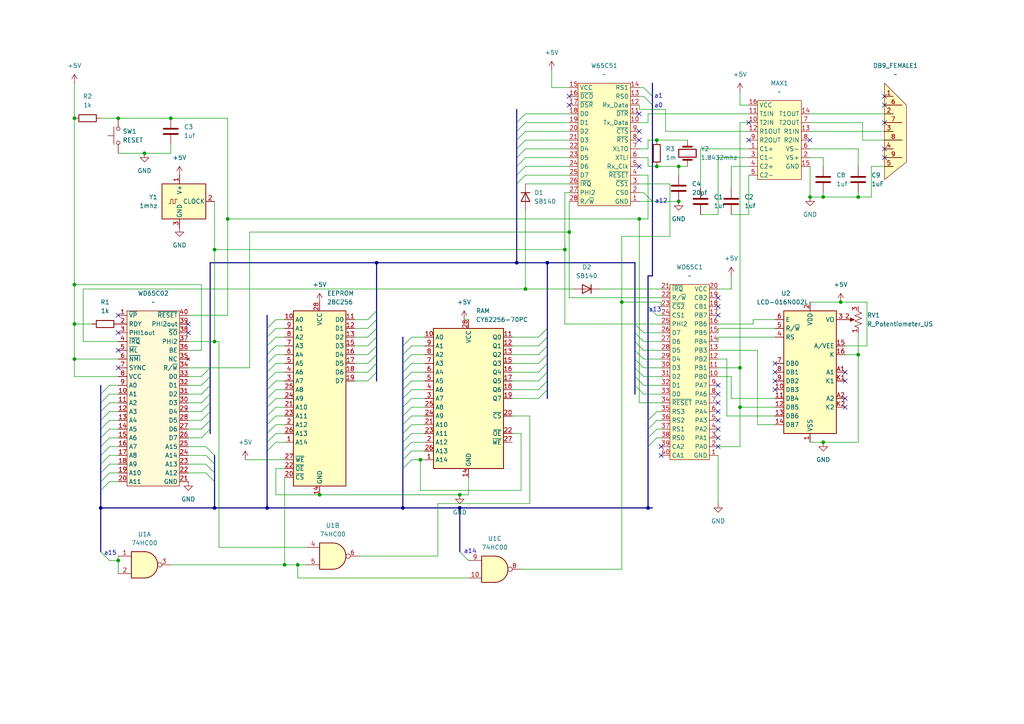
<source format=kicad_sch>
(kicad_sch (version 20250114) (generator "eeschema") (generator_version "9.0")
  (paper "A4")
  (lib_symbols
    (symbol "74xx:74HC00" (pin_names (offset 1.016))
      (property "Reference" "U" (at 0 1.27 0))
      (property "Value" "74HC00" (at 0 -1.27 0))
      (symbol "74HC00_1_1"
        (pin input line (at -7.62 2.54 0) (length 3.81) (name "~") (number "1"))
        (pin input line (at -7.62 -2.54 0) (length 3.81) (name "~") (number "2"))
        (pin output inverted (at 7.62 0 180) (length 3.81) (name "~") (number "3"))
      )
      (symbol "74HC00_1_2"
        (pin input inverted (at -7.62 2.54 0) (length 4.318) (name "~") (number "1"))
        (pin input inverted (at -7.62 -2.54 0) (length 4.318) (name "~") (number "2"))
        (pin output line (at 7.62 0 180) (length 3.81) (name "~") (number "3"))
      )
      (symbol "74HC00_2_1"
        (pin input line (at -7.62 2.54 0) (length 3.81) (name "~") (number "4"))
        (pin input line (at -7.62 -2.54 0) (length 3.81) (name "~") (number "5"))
        (pin output inverted (at 7.62 0 180) (length 3.81) (name "~") (number "6"))
      )
      (symbol "74HC00_2_2"
        (pin input inverted (at -7.62 2.54 0) (length 4.318) (name "~") (number "4"))
        (pin input inverted (at -7.62 -2.54 0) (length 4.318) (name "~") (number "5"))
        (pin output line (at 7.62 0 180) (length 3.81) (name "~") (number "6"))
      )
      (symbol "74HC00_3_1"
        (pin input line (at -7.62 2.54 0) (length 3.81) (name "~") (number "9"))
        (pin input line (at -7.62 -2.54 0) (length 3.81) (name "~") (number "10"))
        (pin output inverted (at 7.62 0 180) (length 3.81) (name "~") (number "8"))
      )
      (symbol "74HC00_3_2"
        (pin input inverted (at -7.62 2.54 0) (length 4.318) (name "~") (number "9"))
        (pin input inverted (at -7.62 -2.54 0) (length 4.318) (name "~") (number "10"))
        (pin output line (at 7.62 0 180) (length 3.81) (name "~") (number "8"))
      )
      (symbol "74HC00_4_1"
        (pin input line (at -7.62 2.54 0) (length 3.81) (name "~") (number "12"))
        (pin input line (at -7.62 -2.54 0) (length 3.81) (name "~") (number "13"))
        (pin output inverted (at 7.62 0 180) (length 3.81) (name "~") (number "11"))
      )
      (symbol "74HC00_4_2"
        (pin input inverted (at -7.62 2.54 0) (length 4.318) (name "~") (number "12"))
        (pin input inverted (at -7.62 -2.54 0) (length 4.318) (name "~") (number "13"))
        (pin output line (at 7.62 0 180) (length 3.81) (name "~") (number "11"))
      )
      (symbol "74HC00_5_0"
        (pin power_in line (at 0 12.7 270) (length 5.08) (name "VCC") (number "14"))
        (pin power_in line (at 0 -12.7 90) (length 5.08) (name "GND") (number "7"))
      )
    )
    (symbol "CPU:65C02"
      (property "Reference" "WD65C02" (at -0.508 0.762 0))
      (symbol "65C02_1_1"
        (pin bidirectional line (at -10.16 -2.54 0) (length 2.54) (name "~{VP}") (number "1"))
        (pin bidirectional line (at -10.16 -5.08 0) (length 2.54) (name "RDY") (number "2"))
        (pin bidirectional line (at -10.16 -7.62 0) (length 2.54) (name "PHI1out") (number "3"))
        (pin bidirectional line (at -10.16 -10.16 0) (length 2.54) (name "~{IRQ}") (number "4"))
        (pin bidirectional line (at -10.16 -12.7 0) (length 2.54) (name "~{ML}") (number "5"))
        (pin bidirectional line (at -10.16 -15.24 0) (length 2.54) (name "~{NMI}") (number "6"))
        (pin bidirectional line (at -10.16 -17.78 0) (length 2.54) (name "SYNC") (number "7"))
        (pin bidirectional line (at -10.16 -20.32 0) (length 2.54) (name "VCC") (number "8"))
        (pin bidirectional line (at -10.16 -22.86 0) (length 2.54) (name "A0") (number "9"))
        (pin bidirectional line (at -10.16 -25.4 0) (length 2.54) (name "A1") (number "10"))
        (pin bidirectional line (at -10.16 -27.94 0) (length 2.54) (name "A2") (number "11"))
        (pin bidirectional line (at -10.16 -30.48 0) (length 2.54) (name "A3") (number "12"))
        (pin bidirectional line (at -10.16 -33.02 0) (length 2.54) (name "A4") (number "13"))
        (pin bidirectional line (at -10.16 -35.56 0) (length 2.54) (name "A5") (number "14"))
        (pin bidirectional line (at -10.16 -38.1 0) (length 2.54) (name "A6") (number "15"))
        (pin bidirectional line (at -10.16 -40.64 0) (length 2.54) (name "A7") (number "16"))
        (pin bidirectional line (at -10.16 -43.18 0) (length 2.54) (name "A8") (number "17"))
        (pin bidirectional line (at -10.16 -45.72 0) (length 2.54) (name "A9") (number "18"))
        (pin bidirectional line (at -10.16 -48.26 0) (length 2.54) (name "A10") (number "19"))
        (pin bidirectional line (at -10.16 -50.8 0) (length 2.54) (name "A11") (number "20"))
        (pin bidirectional line (at 10.16 -2.54 180) (length 2.54) (name "~{RESET}") (number "40"))
        (pin bidirectional line (at 10.16 -5.08 180) (length 2.54) (name "PHI2out") (number "39"))
        (pin bidirectional line (at 10.16 -7.62 180) (length 2.54) (name "~{SO}") (number "38"))
        (pin bidirectional line (at 10.16 -10.16 180) (length 2.54) (name "PHI2") (number "37"))
        (pin bidirectional line (at 10.16 -12.7 180) (length 2.54) (name "BE") (number "36"))
        (pin no_connect line (at 10.16 -15.24 180) (length 2.54) (name "NC") (number "35"))
        (pin bidirectional line (at 10.16 -17.78 180) (length 2.54) (name "R/~{W}") (number "34"))
        (pin bidirectional line (at 10.16 -20.32 180) (length 2.54) (name "D0") (number "33"))
        (pin bidirectional line (at 10.16 -22.86 180) (length 2.54) (name "D1") (number "32"))
        (pin bidirectional line (at 10.16 -25.4 180) (length 2.54) (name "D2") (number "31"))
        (pin bidirectional line (at 10.16 -27.94 180) (length 2.54) (name "D3") (number "30"))
        (pin bidirectional line (at 10.16 -30.48 180) (length 2.54) (name "D4") (number "29"))
        (pin bidirectional line (at 10.16 -33.02 180) (length 2.54) (name "D5") (number "28"))
        (pin bidirectional line (at 10.16 -35.56 180) (length 2.54) (name "D6") (number "27"))
        (pin bidirectional line (at 10.16 -38.1 180) (length 2.54) (name "D7") (number "26"))
        (pin bidirectional line (at 10.16 -40.64 180) (length 2.54) (name "A15") (number "25"))
        (pin bidirectional line (at 10.16 -43.18 180) (length 2.54) (name "A14") (number "24"))
        (pin bidirectional line (at 10.16 -45.72 180) (length 2.54) (name "A13") (number "23"))
        (pin bidirectional line (at 10.16 -48.26 180) (length 2.54) (name "A12") (number "22"))
        (pin bidirectional line (at 10.16 -50.8 180) (length 2.54) (name "GND") (number "21"))
      )
    )
    (symbol "Connector:DB9_FEMALE"
      (property "Reference" "DB9_FEMALE" (at 12.7 -13.208 0))
      (symbol "DB9_FEMALE_1_1"
        (pin bidirectional line (at 1.27 -2.54 180) (length 2.54) (name "") (number "1"))
        (pin bidirectional line (at 1.27 -7.62 180) (length 2.54) (name "") (number "2"))
        (pin bidirectional line (at 1.27 -12.7 180) (length 2.54) (name "") (number "3"))
        (pin bidirectional line (at 1.27 -17.78 180) (length 2.54) (name "") (number "4"))
        (pin bidirectional line (at 1.27 -22.86 180) (length 2.54) (name "") (number "5"))
        (pin bidirectional line (at 3.81 -5.08 180) (length 5.08) (name "") (number "6"))
        (pin bidirectional line (at 3.81 -10.16 180) (length 5.08) (name "") (number "7"))
        (pin bidirectional line (at 3.81 -15.24 180) (length 5.08) (name "") (number "8"))
        (pin bidirectional line (at 3.81 -20.32 180) (length 5.08) (name "") (number "9"))
      )
    )
    (symbol "Device:C" (pin_numbers (hide yes)) (pin_names (offset 0.254))
      (property "Reference" "C" (at 0.635 2.54 0))
      (property "Value" "C" (at 0.635 -2.54 0))
      (symbol "C_1_1"
        (pin passive line (at 0 3.81 270) (length 2.794) (name "~") (number "1"))
        (pin passive line (at 0 -3.81 90) (length 2.794) (name "~") (number "2"))
      )
    )
    (symbol "Device:Crystal" (pin_numbers (hide yes)) (pin_names (offset 1.016) (hide yes))
      (property "Reference" "Y" (at 0 3.81 0))
      (property "Value" "Crystal" (at 0 -3.81 0))
      (symbol "Crystal_1_1"
        (pin passive line (at -3.81 0 0) (length 1.27) (name "1") (number "1"))
        (pin passive line (at 3.81 0 180) (length 1.27) (name "2") (number "2"))
      )
    )
    (symbol "Device:D" (pin_numbers (hide yes)) (pin_names (offset 1.016) (hide yes))
      (property "Reference" "D" (at 0 2.54 0))
      (property "Value" "D" (at 0 -2.54 0))
      (symbol "D_1_1"
        (pin passive line (at -3.81 0 0) (length 2.54) (name "K") (number "1"))
        (pin passive line (at 3.81 0 180) (length 2.54) (name "A") (number "2"))
      )
    )
    (symbol "Device:R" (pin_numbers (hide yes)) (pin_names (offset 0))
      (property "Reference" "R" (at 2.032 0 90))
      (property "Value" "R" (at 0 0 90))
      (symbol "R_1_1"
        (pin passive line (at 0 3.81 270) (length 1.27) (name "~") (number "1"))
        (pin passive line (at 0 -3.81 90) (length 1.27) (name "~") (number "2"))
      )
    )
    (symbol "Device:R_Potentiometer_US" (pin_names (offset 1.016) (hide yes))
      (property "Reference" "RV" (at -4.445 0 90))
      (property "Value" "R_Potentiometer_US" (at -2.54 0 90))
      (symbol "R_Potentiometer_US_1_1"
        (pin passive line (at 0 3.81 270) (length 1.27) (name "1") (number "1"))
        (pin passive line (at 0 -3.81 90) (length 1.27) (name "3") (number "3"))
        (pin passive line (at 3.81 0 180) (length 1.27) (name "2") (number "2"))
      )
    )
    (symbol "Display_Character:LCD-016N002L"
      (property "Reference" "U" (at -6.35 18.796 0))
      (property "Value" "LCD-016N002L" (at 8.636 18.796 0))
      (symbol "LCD-016N002L_1_1"
        (pin input line (at -10.16 15.24 0) (length 2.54) (name "E") (number "6"))
        (pin input line (at -10.16 12.7 0) (length 2.54) (name "R/~{W}") (number "5"))
        (pin input line (at -10.16 10.16 0) (length 2.54) (name "RS") (number "4"))
        (pin bidirectional line (at -10.16 2.54 0) (length 2.54) (name "DB0") (number "7"))
        (pin bidirectional line (at -10.16 0 0) (length 2.54) (name "DB1") (number "8"))
        (pin bidirectional line (at -10.16 -2.54 0) (length 2.54) (name "DB2") (number "9"))
        (pin bidirectional line (at -10.16 -5.08 0) (length 2.54) (name "DB3") (number "10"))
        (pin bidirectional line (at -10.16 -7.62 0) (length 2.54) (name "DB4") (number "11"))
        (pin bidirectional line (at -10.16 -10.16 0) (length 2.54) (name "DB5") (number "12"))
        (pin bidirectional line (at -10.16 -12.7 0) (length 2.54) (name "DB6") (number "13"))
        (pin bidirectional line (at -10.16 -15.24 0) (length 2.54) (name "DB7") (number "14"))
        (pin power_in line (at 0 20.32 270) (length 2.54) (name "VDD") (number "2"))
        (pin power_in line (at 0 -20.32 90) (length 2.54) (name "VSS") (number "1"))
        (pin input line (at 10.16 15.24 180) (length 2.54) (name "VO") (number "3"))
        (pin power_in line (at 10.16 7.62 180) (length 2.54) (name "A/VEE") (number "15"))
        (pin power_in line (at 10.16 5.08 180) (length 2.54) (name "K") (number "16"))
        (pin power_in line (at 10.16 0 180) (length 2.54) (name "A1") (number "A1"))
        (pin power_in line (at 10.16 -2.54 180) (length 2.54) (name "K1") (number "K1"))
        (pin power_in line (at 10.16 -7.62 180) (length 2.54) (name "A2") (number "A2"))
        (pin power_in line (at 10.16 -10.16 180) (length 2.54) (name "K2") (number "K2"))
      )
    )
    (symbol "Interface:W65C51N"
      (property "Reference" "W65C51N" (at -3.302 17.018 0))
      (symbol "W65C51N_1_1"
        (pin bidirectional line (at -13.97 13.97 0) (length 2.54) (name "VCC") (number "15"))
        (pin bidirectional line (at -13.97 11.43 0) (length 2.54) (name "~{DCD}") (number "16"))
        (pin bidirectional line (at -13.97 8.89 0) (length 2.54) (name "~{DSR}") (number "17"))
        (pin bidirectional line (at -13.97 6.35 0) (length 2.54) (name "D0") (number "18"))
        (pin bidirectional line (at -13.97 3.81 0) (length 2.54) (name "D1") (number "19"))
        (pin bidirectional line (at -13.97 1.27 0) (length 2.54) (name "D2") (number "20"))
        (pin bidirectional line (at -13.97 -1.27 0) (length 2.54) (name "D3") (number "21"))
        (pin bidirectional line (at -13.97 -3.81 0) (length 2.54) (name "D4") (number "22"))
        (pin bidirectional line (at -13.97 -6.35 0) (length 2.54) (name "D5") (number "23"))
        (pin bidirectional line (at -13.97 -8.89 0) (length 2.54) (name "D6") (number "24"))
        (pin bidirectional line (at -13.97 -11.43 0) (length 2.54) (name "D7") (number "25"))
        (pin bidirectional line (at -13.97 -13.97 0) (length 2.54) (name "~{IRQ}") (number "26"))
        (pin bidirectional line (at -13.97 -16.51 0) (length 2.54) (name "PHI2") (number "27"))
        (pin bidirectional line (at -13.97 -19.05 0) (length 2.54) (name "R/~{W}") (number "28"))
        (pin bidirectional line (at 6.35 13.97 180) (length 2.54) (name "RS1") (number "14"))
        (pin bidirectional line (at 6.35 11.43 180) (length 2.54) (name "RS0") (number "13"))
        (pin bidirectional line (at 6.35 8.89 180) (length 2.54) (name "Rx_Data") (number "12"))
        (pin bidirectional line (at 6.35 6.35 180) (length 2.54) (name "~{DTR}") (number "11"))
        (pin bidirectional line (at 6.35 3.81 180) (length 2.54) (name "Tx_Data") (number "10"))
        (pin bidirectional line (at 6.35 1.27 180) (length 2.54) (name "~{CTS}") (number "9"))
        (pin bidirectional line (at 6.35 -1.27 180) (length 2.54) (name "~{RTS}") (number "8"))
        (pin bidirectional line (at 6.35 -3.81 180) (length 2.54) (name "XLTO") (number "7"))
        (pin bidirectional line (at 6.35 -6.35 180) (length 2.54) (name "XTLI") (number "6"))
        (pin bidirectional line (at 6.35 -8.89 180) (length 2.54) (name "Rx_Clk") (number "5"))
        (pin bidirectional line (at 6.35 -11.43 180) (length 2.54) (name "~{RESET}") (number "4"))
        (pin bidirectional line (at 6.35 -13.97 180) (length 2.54) (name "~{CS1}") (number "3"))
        (pin bidirectional line (at 6.35 -16.51 180) (length 2.54) (name "CS0") (number "2"))
        (pin bidirectional line (at 6.35 -19.05 180) (length 2.54) (name "GND") (number "1"))
      )
    )
    (symbol "Interface:WD65C22"
      (property "Reference" "WD65C1" (at -6.985 20.32 0))
      (property "Value" "~" (at -6.985 17.78 0))
      (symbol "WD65C22_1_1"
        (pin input line (at -15.24 13.97 0) (length 2.54) (name "~{IRQ}") (number "21"))
        (pin input line (at -15.24 11.43 0) (length 2.54) (name "R/~{W}") (number "22"))
        (pin input line (at -15.24 8.89 0) (length 2.54) (name "~{CS2}") (number "23"))
        (pin input line (at -15.24 6.35 0) (length 2.54) (name "CS1") (number "24"))
        (pin input line (at -15.24 3.81 0) (length 2.54) (name "PHI2") (number "25"))
        (pin input line (at -15.24 1.27 0) (length 2.54) (name "D7") (number "26"))
        (pin input line (at -15.24 -1.27 0) (length 2.54) (name "D6") (number "27"))
        (pin input line (at -15.24 -3.81 0) (length 2.54) (name "D5") (number "28"))
        (pin input line (at -15.24 -6.35 0) (length 2.54) (name "D4") (number "29"))
        (pin input line (at -15.24 -8.89 0) (length 2.54) (name "D3") (number "30"))
        (pin input line (at -15.24 -11.43 0) (length 2.54) (name "D2") (number "31"))
        (pin input line (at -15.24 -13.97 0) (length 2.54) (name "D1") (number "32"))
        (pin input line (at -15.24 -16.51 0) (length 2.54) (name "D0") (number "33"))
        (pin input line (at -15.24 -19.05 0) (length 2.54) (name "~{RESET}") (number "34"))
        (pin input line (at -15.24 -21.59 0) (length 2.54) (name "RS3") (number "35"))
        (pin input line (at -15.24 -24.13 0) (length 2.54) (name "RS2") (number "36"))
        (pin input line (at -15.24 -26.67 0) (length 2.54) (name "RS1") (number "37"))
        (pin input line (at -15.24 -29.21 0) (length 2.54) (name "RS0") (number "38"))
        (pin input line (at -15.24 -31.75 0) (length 2.54) (name "CA2") (number "39"))
        (pin input line (at -15.24 -34.29 0) (length 2.54) (name "CA1") (number "40"))
        (pin input line (at 1.27 13.97 180) (length 2.54) (name "VCC") (number "20"))
        (pin input line (at 1.27 11.43 180) (length 2.54) (name "CB2") (number "19"))
        (pin input line (at 1.27 8.89 180) (length 2.54) (name "CB1") (number "18"))
        (pin input line (at 1.27 6.35 180) (length 2.54) (name "PB7") (number "17"))
        (pin input line (at 1.27 3.81 180) (length 2.54) (name "PB6") (number "16"))
        (pin input line (at 1.27 1.27 180) (length 2.54) (name "PB5") (number "15"))
        (pin input line (at 1.27 -1.27 180) (length 2.54) (name "PB4") (number "14"))
        (pin input line (at 1.27 -3.81 180) (length 2.54) (name "PB3") (number "13"))
        (pin input line (at 1.27 -6.35 180) (length 2.54) (name "PB2") (number "12"))
        (pin input line (at 1.27 -8.89 180) (length 2.54) (name "PB1") (number "11"))
        (pin input line (at 1.27 -11.43 180) (length 2.54) (name "PB0") (number "10"))
        (pin input line (at 1.27 -13.97 180) (length 2.54) (name "PA7") (number "9"))
        (pin input line (at 1.27 -16.51 180) (length 2.54) (name "PA6") (number "8"))
        (pin input line (at 1.27 -19.05 180) (length 2.54) (name "PA5") (number "7"))
        (pin input line (at 1.27 -21.59 180) (length 2.54) (name "PA4") (number "6"))
        (pin input line (at 1.27 -24.13 180) (length 2.54) (name "PA3") (number "5"))
        (pin input line (at 1.27 -26.67 180) (length 2.54) (name "PA2") (number "4"))
        (pin input line (at 1.27 -29.21 180) (length 2.54) (name "PA1") (number "3"))
        (pin input line (at 1.27 -31.75 180) (length 2.54) (name "PA0") (number "2"))
        (pin input line (at 1.27 -34.29 180) (length 2.54) (name "GND") (number "1"))
      )
    )
    (symbol "Interface_UART:MAX232"
      (property "Reference" "MAX232" (at 3.556 5.588 0))
      (symbol "MAX232_1_1"
        (pin bidirectional line (at -5.08 2.54 0) (length 2.54) (name "VCC") (number "16"))
        (pin bidirectional line (at -5.08 0 0) (length 2.54) (name "T1IN") (number "11"))
        (pin bidirectional line (at -5.08 -2.54 0) (length 2.54) (name "T2IN") (number "10"))
        (pin bidirectional line (at -5.08 -5.08 0) (length 2.54) (name "R1OUT") (number "12"))
        (pin bidirectional line (at -5.08 -7.62 0) (length 2.54) (name "R2OUT") (number "9"))
        (pin bidirectional line (at -5.08 -10.16 0) (length 2.54) (name "C1+") (number "1"))
        (pin bidirectional line (at -5.08 -12.7 0) (length 2.54) (name "C1-") (number "3"))
        (pin bidirectional line (at -5.08 -15.24 0) (length 2.54) (name "C2+") (number "4"))
        (pin bidirectional line (at -5.08 -17.78 0) (length 2.54) (name "C2-") (number "5"))
        (pin bidirectional line (at 12.7 0 180) (length 2.54) (name "T1OUT") (number "14"))
        (pin bidirectional line (at 12.7 -2.54 180) (length 2.54) (name "T2OUT") (number "7"))
        (pin bidirectional line (at 12.7 -5.08 180) (length 2.54) (name "R1IN") (number "13"))
        (pin bidirectional line (at 12.7 -7.62 180) (length 2.54) (name "R2IN") (number "8"))
        (pin bidirectional line (at 12.7 -10.16 180) (length 2.54) (name "VS-") (number "6"))
        (pin bidirectional line (at 12.7 -12.7 180) (length 2.54) (name "VS+") (number "2"))
        (pin bidirectional line (at 12.7 -15.24 180) (length 2.54) (name "GND") (number "15"))
      )
    )
    (symbol "Memory_EEPROM:28C256"
      (property "Reference" "U" (at -7.62 26.67 0))
      (property "Value" "28C256" (at 2.54 -26.67 0))
      (symbol "28C256_1_1"
        (pin input line (at -10.16 22.86 0) (length 2.54) (name "A0") (number "10"))
        (pin input line (at -10.16 20.32 0) (length 2.54) (name "A1") (number "9"))
        (pin input line (at -10.16 17.78 0) (length 2.54) (name "A2") (number "8"))
        (pin input line (at -10.16 15.24 0) (length 2.54) (name "A3") (number "7"))
        (pin input line (at -10.16 12.7 0) (length 2.54) (name "A4") (number "6"))
        (pin input line (at -10.16 10.16 0) (length 2.54) (name "A5") (number "5"))
        (pin input line (at -10.16 7.62 0) (length 2.54) (name "A6") (number "4"))
        (pin input line (at -10.16 5.08 0) (length 2.54) (name "A7") (number "3"))
        (pin input line (at -10.16 2.54 0) (length 2.54) (name "A8") (number "25"))
        (pin input line (at -10.16 0 0) (length 2.54) (name "A9") (number "24"))
        (pin input line (at -10.16 -2.54 0) (length 2.54) (name "A10") (number "21"))
        (pin input line (at -10.16 -5.08 0) (length 2.54) (name "A11") (number "23"))
        (pin input line (at -10.16 -7.62 0) (length 2.54) (name "A12") (number "2"))
        (pin input line (at -10.16 -10.16 0) (length 2.54) (name "A13") (number "26"))
        (pin input line (at -10.16 -12.7 0) (length 2.54) (name "A14") (number "1"))
        (pin input line (at -10.16 -17.78 0) (length 2.54) (name "~{WE}") (number "27"))
        (pin input line (at -10.16 -20.32 0) (length 2.54) (name "~{OE}") (number "22"))
        (pin input line (at -10.16 -22.86 0) (length 2.54) (name "~{CS}") (number "20"))
        (pin power_in line (at 0 27.94 270) (length 2.54) (name "VCC") (number "28"))
        (pin power_in line (at 0 -27.94 90) (length 2.54) (name "GND") (number "14"))
        (pin tri_state line (at 10.16 22.86 180) (length 2.54) (name "D0") (number "11"))
        (pin tri_state line (at 10.16 20.32 180) (length 2.54) (name "D1") (number "12"))
        (pin tri_state line (at 10.16 17.78 180) (length 2.54) (name "D2") (number "13"))
        (pin tri_state line (at 10.16 15.24 180) (length 2.54) (name "D3") (number "15"))
        (pin tri_state line (at 10.16 12.7 180) (length 2.54) (name "D4") (number "16"))
        (pin tri_state line (at 10.16 10.16 180) (length 2.54) (name "D5") (number "17"))
        (pin tri_state line (at 10.16 7.62 180) (length 2.54) (name "D6") (number "18"))
        (pin tri_state line (at 10.16 5.08 180) (length 2.54) (name "D7") (number "19"))
      )
    )
    (symbol "Memory_RAM:CY62256-70PC"
      (property "Reference" "U" (at -10.16 20.955 0))
      (property "Value" "CY62256-70PC" (at 2.54 20.955 0))
      (symbol "CY62256-70PC_0_0"
        (pin power_in line (at 0 22.86 270) (length 2.54) (name "VCC") (number "28"))
        (pin power_in line (at 0 -22.86 90) (length 2.54) (name "GND") (number "14"))
      )
      (symbol "CY62256-70PC_1_1"
        (pin input line (at -12.7 17.78 0) (length 2.54) (name "A0") (number "10"))
        (pin input line (at -12.7 15.24 0) (length 2.54) (name "A1") (number "9"))
        (pin input line (at -12.7 12.7 0) (length 2.54) (name "A2") (number "8"))
        (pin input line (at -12.7 10.16 0) (length 2.54) (name "A3") (number "7"))
        (pin input line (at -12.7 7.62 0) (length 2.54) (name "A4") (number "6"))
        (pin input line (at -12.7 5.08 0) (length 2.54) (name "A5") (number "5"))
        (pin input line (at -12.7 2.54 0) (length 2.54) (name "A6") (number "4"))
        (pin input line (at -12.7 0 0) (length 2.54) (name "A7") (number "3"))
        (pin input line (at -12.7 -2.54 0) (length 2.54) (name "A8") (number "25"))
        (pin input line (at -12.7 -5.08 0) (length 2.54) (name "A9") (number "24"))
        (pin input line (at -12.7 -7.62 0) (length 2.54) (name "A10") (number "21"))
        (pin input line (at -12.7 -10.16 0) (length 2.54) (name "A11") (number "23"))
        (pin input line (at -12.7 -12.7 0) (length 2.54) (name "A12") (number "2"))
        (pin input line (at -12.7 -15.24 0) (length 2.54) (name "A13") (number "26"))
        (pin input line (at -12.7 -17.78 0) (length 2.54) (name "A14") (number "1"))
        (pin tri_state line (at 12.7 17.78 180) (length 2.54) (name "Q0") (number "11"))
        (pin tri_state line (at 12.7 15.24 180) (length 2.54) (name "Q1") (number "12"))
        (pin tri_state line (at 12.7 12.7 180) (length 2.54) (name "Q2") (number "13"))
        (pin tri_state line (at 12.7 10.16 180) (length 2.54) (name "Q3") (number "15"))
        (pin tri_state line (at 12.7 7.62 180) (length 2.54) (name "Q4") (number "16"))
        (pin tri_state line (at 12.7 5.08 180) (length 2.54) (name "Q5") (number "17"))
        (pin tri_state line (at 12.7 2.54 180) (length 2.54) (name "Q6") (number "18"))
        (pin tri_state line (at 12.7 0 180) (length 2.54) (name "Q7") (number "19"))
        (pin input line (at 12.7 -5.08 180) (length 2.54) (name "~{CS}") (number "20"))
        (pin input line (at 12.7 -10.16 180) (length 2.54) (name "~{OE}") (number "22"))
        (pin input line (at 12.7 -12.7 180) (length 2.54) (name "~{WE}") (number "27"))
      )
    )
    (symbol "Oscillator:MAX7375AXR105" (pin_names (offset 0.254))
      (property "Reference" "Y" (at -2.54 6.35 0))
      (property "Value" "MAX7375AXR105" (at 1.27 -6.35 0))
      (symbol "MAX7375AXR105_1_1"
        (pin power_in line (at 0 7.62 270) (length 2.54) (name "V+") (number "1"))
        (pin power_in line (at 0 -7.62 90) (length 2.54) (name "GND") (number "3"))
        (pin output line (at 10.16 0 180) (length 2.54) (name "CLOCK") (number "2"))
      )
    )
    (symbol "Switch:SW_Push" (pin_numbers (hide yes)) (pin_names (offset 1.016) (hide yes))
      (property "Reference" "SW" (at 1.27 2.54 0))
      (property "Value" "SW_Push" (at 0 -1.524 0))
      (symbol "SW_Push_0_1"
        (pin passive line (at -5.08 0 0) (length 2.54) (name "1") (number "1"))
        (pin passive line (at 5.08 0 180) (length 2.54) (name "2") (number "2"))
      )
    )
    (symbol "power:+5V" (power) (pin_numbers (hide yes)) (pin_names (offset 0) (hide yes))
      (property "Value" "+5V" (at 0 3.556 0))
      (symbol "+5V_1_1"
        (pin power_in line (at 0 0 90) (length 0) (name "~") (number "1"))
      )
    )
    (symbol "power:GND" (power) (pin_numbers (hide yes)) (pin_names (offset 0) (hide yes))
      (property "Value" "GND" (at 0 -3.81 0))
      (symbol "GND_1_1"
        (pin power_in line (at 0 0 270) (length 0) (name "~") (number "1"))
      )
    )
  )
  (text "a1" (at 191.008 27.94 0) (effects (font (size 1.27 1.27))))
  (text "a0\n" (at 191.008 30.734 0) (effects (font (size 1.27 1.27))))
  (text "a13\n\n" (at 189.992 90.932 0) (effects (font (size 1.27 1.27))))
  (text "a15\n\n" (at 32.004 161.544 0) (effects (font (size 1.27 1.27))))
  (text "a14\n\n\n" (at 136.398 162.052 0) (effects (font (size 1.27 1.27))))
  (text "a12\n" (at 191.77 58.42 0) (effects (font (size 1.27 1.27))))
  (junction (at 21.59 82.55))
  (junction (at 62.23 99.06))
  (junction (at 82.55 163.83))
  (junction (at 62.23 72.39))
  (junction (at 49.53 34.29))
  (junction (at 163.83 72.39))
  (junction (at 34.29 162.56))
  (junction (at 190.5 40.64))
  (junction (at 187.96 147.32))
  (junction (at 180.34 87.63))
  (junction (at 165.1 67.31))
  (junction (at 133.35 143.51))
  (junction (at 158.75 76.2))
  (junction (at 21.59 104.14))
  (junction (at 29.21 147.32))
  (junction (at 185.42 63.5))
  (junction (at 238.76 57.15))
  (junction (at 234.95 57.15))
  (junction (at 152.4 83.82))
  (junction (at 238.76 128.27))
  (junction (at 133.35 147.32))
  (junction (at 109.22 76.2))
  (junction (at 62.23 147.32))
  (junction (at 86.36 163.83))
  (junction (at 121.92 133.35))
  (junction (at 196.85 48.26))
  (junction (at 92.71 143.51))
  (junction (at 214.63 118.11))
  (junction (at 248.92 57.15))
  (junction (at 41.91 44.45))
  (junction (at 21.59 93.98))
  (junction (at 149.86 76.2))
  (junction (at 66.04 63.5))
  (junction (at 243.84 87.63))
  (junction (at 21.59 34.29))
  (junction (at 248.92 102.87))
  (junction (at 214.63 106.68))
  (junction (at 196.85 58.42))
  (junction (at 34.29 34.29))
  (junction (at 190.5 48.26))
  (junction (at 77.47 147.32))
  (junction (at 116.84 147.32))
  (no_connect (at 245.11 118.11))
  (no_connect (at 224.79 107.95))
  (no_connect (at 185.42 33.02))
  (no_connect (at 54.61 96.52))
  (no_connect (at 185.42 38.1))
  (no_connect (at 208.28 114.3))
  (no_connect (at 245.11 115.57))
  (no_connect (at 34.29 96.52))
  (no_connect (at 191.77 129.54))
  (no_connect (at 217.17 35.56))
  (no_connect (at 185.42 40.64))
  (no_connect (at 245.11 107.95))
  (no_connect (at 208.28 127))
  (no_connect (at 34.29 91.44))
  (no_connect (at 234.95 40.64))
  (no_connect (at 224.79 110.49))
  (no_connect (at 224.79 113.03))
  (no_connect (at 185.42 48.26))
  (no_connect (at 165.1 30.48))
  (no_connect (at 256.54 43.18))
  (no_connect (at 208.28 124.46))
  (no_connect (at 208.28 116.84))
  (no_connect (at 208.28 86.36))
  (no_connect (at 208.28 91.44))
  (no_connect (at 245.11 110.49))
  (no_connect (at 191.77 132.08))
  (no_connect (at 165.1 27.94))
  (no_connect (at 208.28 121.92))
  (no_connect (at 54.61 93.98))
  (no_connect (at 256.54 27.94))
  (no_connect (at 256.54 45.72))
  (no_connect (at 224.79 105.41))
  (no_connect (at 217.17 40.64))
  (no_connect (at 208.28 129.54))
  (no_connect (at 34.29 106.68))
  (no_connect (at 208.28 88.9))
  (no_connect (at 208.28 119.38))
  (no_connect (at 208.28 111.76))
  (no_connect (at 34.29 101.6))
  (no_connect (at 256.54 35.56))
  (no_connect (at 256.54 30.48))
  (bus_entry (at 77.47 120.65) (size 2.54 -2.54))
  (bus_entry (at 184.15 99.06) (size 2.54 2.54))
  (bus_entry (at 186.69 27.94) (size 2.54 2.54))
  (bus_entry (at 187.96 121.92) (size 2.54 -2.54))
  (bus_entry (at 184.15 93.98) (size 2.54 2.54))
  (bus_entry (at 77.47 102.87) (size 2.54 -2.54))
  (bus_entry (at 184.15 101.6) (size 2.54 2.54))
  (bus_entry (at 116.84 135.89) (size 2.54 -2.54))
  (bus_entry (at 116.84 105.41) (size 2.54 -2.54))
  (bus_entry (at 60.96 121.92) (size -2.54 2.54))
  (bus_entry (at 116.84 115.57) (size 2.54 -2.54))
  (bus_entry (at 109.22 95.25) (size -2.54 2.54))
  (bus_entry (at 158.75 113.03) (size -2.54 2.54))
  (bus_entry (at 152.4 43.18) (size -2.54 2.54))
  (bus_entry (at 133.35 160.02) (size 2.54 2.54))
  (bus_entry (at 31.75 127) (size -2.54 2.54))
  (bus_entry (at 77.47 105.41) (size 2.54 -2.54))
  (bus_entry (at 184.15 109.22) (size 2.54 2.54))
  (bus_entry (at 31.75 129.54) (size -2.54 2.54))
  (bus_entry (at 31.75 121.92) (size -2.54 2.54))
  (bus_entry (at 60.96 119.38) (size -2.54 2.54))
  (bus_entry (at 158.75 100.33) (size -2.54 2.54))
  (bus_entry (at 184.15 106.68) (size 2.54 2.54))
  (bus_entry (at 60.96 106.68) (size -2.54 2.54))
  (bus_entry (at 77.47 130.81) (size 2.54 -2.54))
  (bus_entry (at 109.22 92.71) (size -2.54 2.54))
  (bus_entry (at 31.75 137.16) (size -2.54 2.54))
  (bus_entry (at 116.84 130.81) (size 2.54 -2.54))
  (bus_entry (at 109.22 107.95) (size -2.54 2.54))
  (bus_entry (at 116.84 125.73) (size 2.54 -2.54))
  (bus_entry (at 184.15 96.52) (size 2.54 2.54))
  (bus_entry (at 77.47 95.25) (size 2.54 -2.54))
  (bus_entry (at 31.75 119.38) (size -2.54 2.54))
  (bus_entry (at 116.84 100.33) (size 2.54 -2.54))
  (bus_entry (at 77.47 123.19) (size 2.54 -2.54))
  (bus_entry (at 116.84 110.49) (size 2.54 -2.54))
  (bus_entry (at 109.22 97.79) (size -2.54 2.54))
  (bus_entry (at 77.47 100.33) (size 2.54 -2.54))
  (bus_entry (at 59.69 129.54) (size 2.54 2.54))
  (bus_entry (at 31.75 139.7) (size -2.54 2.54))
  (bus_entry (at 184.15 104.14) (size 2.54 2.54))
  (bus_entry (at 60.96 116.84) (size -2.54 2.54))
  (bus_entry (at 158.75 95.25) (size -2.54 2.54))
  (bus_entry (at 60.96 124.46) (size -2.54 2.54))
  (bus_entry (at 109.22 105.41) (size -2.54 2.54))
  (bus_entry (at 77.47 115.57) (size 2.54 -2.54))
  (bus_entry (at 158.75 102.87) (size -2.54 2.54))
  (bus_entry (at 187.96 127) (size 2.54 -2.54))
  (bus_entry (at 77.47 118.11) (size 2.54 -2.54))
  (bus_entry (at 152.4 45.72) (size -2.54 2.54))
  (bus_entry (at 29.21 160.02) (size 2.54 2.54))
  (bus_entry (at 60.96 111.76) (size -2.54 2.54))
  (bus_entry (at 186.69 25.4) (size 2.54 2.54))
  (bus_entry (at 116.84 128.27) (size 2.54 -2.54))
  (bus_entry (at 60.96 114.3) (size -2.54 2.54))
  (bus_entry (at 187.96 88.9) (size 2.54 2.54))
  (bus_entry (at 158.75 107.95) (size -2.54 2.54))
  (bus_entry (at 152.4 50.8) (size -2.54 2.54))
  (bus_entry (at 31.75 124.46) (size -2.54 2.54))
  (bus_entry (at 152.4 40.64) (size -2.54 2.54))
  (bus_entry (at 116.84 107.95) (size 2.54 -2.54))
  (bus_entry (at 158.75 97.79) (size -2.54 2.54))
  (bus_entry (at 116.84 102.87) (size 2.54 -2.54))
  (bus_entry (at 109.22 102.87) (size -2.54 2.54))
  (bus_entry (at 31.75 116.84) (size -2.54 2.54))
  (bus_entry (at 116.84 123.19) (size 2.54 -2.54))
  (bus_entry (at 184.15 111.76) (size 2.54 2.54))
  (bus_entry (at 77.47 113.03) (size 2.54 -2.54))
  (bus_entry (at 158.75 110.49) (size -2.54 2.54))
  (bus_entry (at 60.96 109.22) (size -2.54 2.54))
  (bus_entry (at 152.4 38.1) (size -2.54 2.54))
  (bus_entry (at 109.22 90.17) (size -2.54 2.54))
  (bus_entry (at 77.47 107.95) (size 2.54 -2.54))
  (bus_entry (at 109.22 100.33) (size -2.54 2.54))
  (bus_entry (at 77.47 128.27) (size 2.54 -2.54))
  (bus_entry (at 77.47 97.79) (size 2.54 -2.54))
  (bus_entry (at 116.84 118.11) (size 2.54 -2.54))
  (bus_entry (at 31.75 111.76) (size -2.54 2.54))
  (bus_entry (at 59.69 137.16) (size 2.54 2.54))
  (bus_entry (at 186.69 55.88) (size 2.54 2.54))
  (bus_entry (at 152.4 33.02) (size -2.54 2.54))
  (bus_entry (at 59.69 132.08) (size 2.54 2.54))
  (bus_entry (at 158.75 105.41) (size -2.54 2.54))
  (bus_entry (at 31.75 114.3) (size -2.54 2.54))
  (bus_entry (at 187.96 124.46) (size 2.54 -2.54))
  (bus_entry (at 31.75 132.08) (size -2.54 2.54))
  (bus_entry (at 152.4 35.56) (size -2.54 2.54))
  (bus_entry (at 116.84 113.03) (size 2.54 -2.54))
  (bus_entry (at 187.96 129.54) (size 2.54 -2.54))
  (bus_entry (at 59.69 134.62) (size 2.54 2.54))
  (bus_entry (at 77.47 125.73) (size 2.54 -2.54))
  (bus_entry (at 152.4 48.26) (size -2.54 2.54))
  (bus_entry (at 31.75 134.62) (size -2.54 2.54))
  (bus_entry (at 116.84 120.65) (size 2.54 -2.54))
  (bus_entry (at 116.84 133.35) (size 2.54 -2.54))
  (bus_entry (at 77.47 110.49) (size 2.54 -2.54))
  (wire (pts (xy 184.15 93.98) (xy 163.83 93.98)))
  (wire (pts (xy 80.01 135.89) (xy 82.55 135.89)))
  (wire (pts (xy 102.87 92.71) (xy 106.68 92.71)))
  (bus (pts (xy 116.84 135.89) (xy 116.84 133.35)))
  (bus (pts (xy 116.84 107.95) (xy 116.84 105.41)))
  (bus (pts (xy 77.47 120.65) (xy 77.47 123.19)))
  (wire (pts (xy 224.79 115.57) (xy 212.09 115.57)))
  (bus (pts (xy 189.23 80.01) (xy 187.96 80.01)))
  (wire (pts (xy 199.39 48.26) (xy 196.85 48.26)))
  (wire (pts (xy 187.96 50.8) (xy 187.96 63.5)))
  (bus (pts (xy 77.47 123.19) (xy 77.47 125.73)))
  (wire (pts (xy 208.28 106.68) (xy 214.63 106.68)))
  (bus (pts (xy 158.75 110.49) (xy 158.75 113.03)))
  (wire (pts (xy 31.75 132.08) (xy 34.29 132.08)))
  (wire (pts (xy 119.38 115.57) (xy 123.19 115.57)))
  (wire (pts (xy 31.75 127) (xy 34.29 127)))
  (wire (pts (xy 180.34 87.63) (xy 180.34 165.1)))
  (wire (pts (xy 152.4 50.8) (xy 165.1 50.8)))
  (wire (pts (xy 153.67 146.05) (xy 153.67 120.65)))
  (bus (pts (xy 158.75 97.79) (xy 158.75 100.33)))
  (wire (pts (xy 190.5 48.26) (xy 196.85 48.26)))
  (wire (pts (xy 80.01 120.65) (xy 82.55 120.65)))
  (wire (pts (xy 119.38 107.95) (xy 123.19 107.95)))
  (wire (pts (xy 251.46 87.63) (xy 251.46 100.33)))
  (wire (pts (xy 214.63 35.56) (xy 214.63 106.68)))
  (bus (pts (xy 29.21 129.54) (xy 29.21 132.08)))
  (wire (pts (xy 190.5 40.64) (xy 199.39 40.64)))
  (wire (pts (xy 49.53 44.45) (xy 41.91 44.45)))
  (wire (pts (xy 152.4 38.1) (xy 165.1 38.1)))
  (wire (pts (xy 250.19 35.56) (xy 250.19 40.64)))
  (wire (pts (xy 219.71 101.6) (xy 208.28 101.6)))
  (wire (pts (xy 54.61 116.84) (xy 58.42 116.84)))
  (wire (pts (xy 165.1 67.31) (xy 165.1 58.42)))
  (wire (pts (xy 31.75 114.3) (xy 34.29 114.3)))
  (wire (pts (xy 212.09 115.57) (xy 212.09 109.22)))
  (wire (pts (xy 185.42 27.94) (xy 186.69 27.94)))
  (wire (pts (xy 224.79 97.79) (xy 208.28 97.79)))
  (wire (pts (xy 54.61 124.46) (xy 58.42 124.46)))
  (wire (pts (xy 54.61 132.08) (xy 59.69 132.08)))
  (wire (pts (xy 191.77 93.98) (xy 184.15 93.98)))
  (wire (pts (xy 224.79 95.25) (xy 208.28 95.25)))
  (wire (pts (xy 119.38 113.03) (xy 123.19 113.03)))
  (wire (pts (xy 102.87 102.87) (xy 106.68 102.87)))
  (bus (pts (xy 77.47 118.11) (xy 77.47 120.65)))
  (wire (pts (xy 80.01 118.11) (xy 82.55 118.11)))
  (bus (pts (xy 60.96 114.3) (xy 60.96 116.84)))
  (wire (pts (xy 208.28 97.79) (xy 208.28 99.06)))
  (wire (pts (xy 186.69 101.6) (xy 191.77 101.6)))
  (wire (pts (xy 212.09 80.01) (xy 212.09 83.82)))
  (wire (pts (xy 259.08 48.26) (xy 252.73 48.26)))
  (wire (pts (xy 31.75 129.54) (xy 34.29 129.54)))
  (bus (pts (xy 29.21 142.24) (xy 29.21 147.32)))
  (wire (pts (xy 72.39 67.31) (xy 165.1 67.31)))
  (wire (pts (xy 185.42 45.72) (xy 187.96 45.72)))
  (wire (pts (xy 121.92 133.35) (xy 121.92 142.24)))
  (wire (pts (xy 148.59 100.33) (xy 156.21 100.33)))
  (bus (pts (xy 189.23 58.42) (xy 189.23 80.01)))
  (bus (pts (xy 116.84 147.32) (xy 116.84 135.89)))
  (wire (pts (xy 248.92 102.87) (xy 248.92 128.27)))
  (wire (pts (xy 185.42 63.5) (xy 185.42 116.84)))
  (wire (pts (xy 71.12 133.35) (xy 82.55 133.35)))
  (wire (pts (xy 80.01 125.73) (xy 82.55 125.73)))
  (wire (pts (xy 190.5 121.92) (xy 191.77 121.92)))
  (wire (pts (xy 163.83 93.98) (xy 163.83 72.39)))
  (wire (pts (xy 80.01 135.89) (xy 80.01 143.51)))
  (wire (pts (xy 189.23 58.42) (xy 185.42 58.42)))
  (wire (pts (xy 34.29 34.29) (xy 49.53 34.29)))
  (bus (pts (xy 109.22 92.71) (xy 109.22 95.25)))
  (wire (pts (xy 248.92 55.88) (xy 248.92 57.15)))
  (wire (pts (xy 208.28 45.72) (xy 208.28 62.23)))
  (wire (pts (xy 34.29 109.22) (xy 21.59 109.22)))
  (wire (pts (xy 104.14 161.29) (xy 127 161.29)))
  (wire (pts (xy 248.92 128.27) (xy 238.76 128.27)))
  (wire (pts (xy 190.5 91.44) (xy 191.77 91.44)))
  (wire (pts (xy 54.61 127) (xy 58.42 127)))
  (wire (pts (xy 196.85 48.26) (xy 196.85 50.8)))
  (wire (pts (xy 238.76 128.27) (xy 234.95 128.27)))
  (bus (pts (xy 29.21 132.08) (xy 29.21 134.62)))
  (wire (pts (xy 165.1 53.34) (xy 152.4 53.34)))
  (wire (pts (xy 31.75 124.46) (xy 34.29 124.46)))
  (bus (pts (xy 109.22 97.79) (xy 109.22 100.33)))
  (bus (pts (xy 29.21 124.46) (xy 29.21 127)))
  (bus (pts (xy 149.86 38.1) (xy 149.86 40.64)))
  (bus (pts (xy 184.15 99.06) (xy 184.15 96.52)))
  (wire (pts (xy 88.9 158.75) (xy 63.5 158.75)))
  (wire (pts (xy 21.59 104.14) (xy 34.29 104.14)))
  (bus (pts (xy 133.35 147.32) (xy 133.35 160.02)))
  (wire (pts (xy 214.63 106.68) (xy 214.63 118.11)))
  (bus (pts (xy 158.75 107.95) (xy 158.75 110.49)))
  (wire (pts (xy 102.87 97.79) (xy 106.68 97.79)))
  (wire (pts (xy 210.82 120.65) (xy 224.79 120.65)))
  (wire (pts (xy 24.13 99.06) (xy 24.13 83.82)))
  (wire (pts (xy 186.69 109.22) (xy 191.77 109.22)))
  (wire (pts (xy 66.04 91.44) (xy 66.04 63.5)))
  (wire (pts (xy 153.67 120.65) (xy 148.59 120.65)))
  (wire (pts (xy 21.59 82.55) (xy 21.59 34.29)))
  (wire (pts (xy 80.01 105.41) (xy 82.55 105.41)))
  (wire (pts (xy 151.13 125.73) (xy 148.59 125.73)))
  (bus (pts (xy 116.84 118.11) (xy 116.84 115.57)))
  (wire (pts (xy 31.75 162.56) (xy 34.29 162.56)))
  (bus (pts (xy 77.47 113.03) (xy 77.47 115.57)))
  (wire (pts (xy 63.5 99.06) (xy 62.23 99.06)))
  (wire (pts (xy 208.28 83.82) (xy 212.09 83.82)))
  (wire (pts (xy 186.69 96.52) (xy 191.77 96.52)))
  (bus (pts (xy 189.23 24.13) (xy 189.23 27.94)))
  (bus (pts (xy 187.96 80.01) (xy 187.96 88.9)))
  (wire (pts (xy 208.28 104.14) (xy 210.82 104.14)))
  (wire (pts (xy 63.5 158.75) (xy 63.5 99.06)))
  (bus (pts (xy 184.15 111.76) (xy 184.15 109.22)))
  (bus (pts (xy 109.22 76.2) (xy 60.96 76.2)))
  (wire (pts (xy 62.23 99.06) (xy 54.61 99.06)))
  (wire (pts (xy 135.89 92.71) (xy 134.62 92.71)))
  (wire (pts (xy 54.61 114.3) (xy 58.42 114.3)))
  (wire (pts (xy 58.42 101.6) (xy 58.42 82.55)))
  (wire (pts (xy 193.04 31.75) (xy 185.42 31.75)))
  (wire (pts (xy 62.23 58.42) (xy 62.23 72.39)))
  (wire (pts (xy 31.75 116.84) (xy 34.29 116.84)))
  (wire (pts (xy 148.59 110.49) (xy 156.21 110.49)))
  (wire (pts (xy 54.61 137.16) (xy 59.69 137.16)))
  (wire (pts (xy 102.87 95.25) (xy 106.68 95.25)))
  (bus (pts (xy 60.96 109.22) (xy 60.96 111.76)))
  (wire (pts (xy 252.73 48.26) (xy 252.73 57.15)))
  (wire (pts (xy 208.28 129.54) (xy 214.63 129.54)))
  (wire (pts (xy 187.96 48.26) (xy 190.5 48.26)))
  (bus (pts (xy 149.86 50.8) (xy 149.86 53.34)))
  (wire (pts (xy 218.44 92.71) (xy 224.79 92.71)))
  (wire (pts (xy 217.17 38.1) (xy 193.04 38.1)))
  (wire (pts (xy 135.89 143.51) (xy 133.35 143.51)))
  (bus (pts (xy 77.47 128.27) (xy 77.47 130.81)))
  (bus (pts (xy 109.22 107.95) (xy 109.22 110.49)))
  (wire (pts (xy 245.11 100.33) (xy 251.46 100.33)))
  (wire (pts (xy 31.75 137.16) (xy 34.29 137.16)))
  (bus (pts (xy 184.15 96.52) (xy 184.15 93.98)))
  (wire (pts (xy 21.59 104.14) (xy 21.59 93.98)))
  (wire (pts (xy 21.59 24.13) (xy 21.59 34.29)))
  (bus (pts (xy 77.47 130.81) (xy 77.47 147.32)))
  (bus (pts (xy 158.75 102.87) (xy 158.75 105.41)))
  (wire (pts (xy 187.96 35.56) (xy 185.42 35.56)))
  (wire (pts (xy 135.89 167.64) (xy 86.36 167.64)))
  (wire (pts (xy 238.76 57.15) (xy 238.76 55.88)))
  (wire (pts (xy 148.59 105.41) (xy 156.21 105.41)))
  (bus (pts (xy 133.35 147.32) (xy 187.96 147.32)))
  (wire (pts (xy 54.61 121.92) (xy 58.42 121.92)))
  (bus (pts (xy 187.96 129.54) (xy 187.96 147.32)))
  (wire (pts (xy 218.44 93.98) (xy 218.44 92.71)))
  (bus (pts (xy 60.96 76.2) (xy 60.96 106.68)))
  (wire (pts (xy 152.4 45.72) (xy 165.1 45.72)))
  (wire (pts (xy 214.63 118.11) (xy 224.79 118.11)))
  (wire (pts (xy 66.04 63.5) (xy 66.04 34.29)))
  (wire (pts (xy 80.01 92.71) (xy 82.55 92.71)))
  (bus (pts (xy 62.23 134.62) (xy 62.23 137.16)))
  (wire (pts (xy 185.42 25.4) (xy 186.69 25.4)))
  (wire (pts (xy 34.29 99.06) (xy 24.13 99.06)))
  (bus (pts (xy 109.22 76.2) (xy 109.22 90.17)))
  (bus (pts (xy 29.21 111.76) (xy 29.21 114.3)))
  (wire (pts (xy 148.59 97.79) (xy 156.21 97.79)))
  (bus (pts (xy 77.47 147.32) (xy 116.84 147.32)))
  (wire (pts (xy 121.92 142.24) (xy 151.13 142.24)))
  (wire (pts (xy 62.23 72.39) (xy 163.83 72.39)))
  (wire (pts (xy 208.28 132.08) (xy 208.28 146.05)))
  (bus (pts (xy 60.96 119.38) (xy 60.96 121.92)))
  (wire (pts (xy 152.4 35.56) (xy 165.1 35.56)))
  (wire (pts (xy 248.92 43.18) (xy 234.95 43.18)))
  (wire (pts (xy 163.83 72.39) (xy 163.83 55.88)))
  (wire (pts (xy 217.17 30.48) (xy 214.63 30.48)))
  (bus (pts (xy 149.86 35.56) (xy 149.86 38.1)))
  (wire (pts (xy 151.13 142.24) (xy 151.13 125.73)))
  (wire (pts (xy 31.75 139.7) (xy 34.29 139.7)))
  (wire (pts (xy 219.71 123.19) (xy 219.71 101.6)))
  (wire (pts (xy 49.53 34.29) (xy 66.04 34.29)))
  (wire (pts (xy 127 146.05) (xy 153.67 146.05)))
  (wire (pts (xy 186.69 114.3) (xy 191.77 114.3)))
  (wire (pts (xy 54.61 106.68) (xy 60.96 106.68)))
  (bus (pts (xy 77.47 125.73) (xy 77.47 128.27)))
  (bus (pts (xy 149.86 31.75) (xy 149.86 35.56)))
  (wire (pts (xy 133.35 143.51) (xy 92.71 143.51)))
  (bus (pts (xy 189.23 30.48) (xy 189.23 58.42)))
  (wire (pts (xy 49.53 41.91) (xy 49.53 44.45)))
  (wire (pts (xy 119.38 110.49) (xy 123.19 110.49)))
  (wire (pts (xy 80.01 95.25) (xy 82.55 95.25)))
  (bus (pts (xy 116.84 115.57) (xy 116.84 113.03)))
  (wire (pts (xy 173.99 83.82) (xy 191.77 83.82)))
  (wire (pts (xy 80.01 115.57) (xy 82.55 115.57)))
  (wire (pts (xy 185.42 31.75) (xy 185.42 30.48)))
  (bus (pts (xy 116.84 120.65) (xy 116.84 118.11)))
  (bus (pts (xy 77.47 105.41) (xy 77.47 107.95)))
  (wire (pts (xy 49.53 163.83) (xy 82.55 163.83)))
  (bus (pts (xy 187.96 127) (xy 187.96 129.54)))
  (bus (pts (xy 184.15 93.98) (xy 184.15 76.2)))
  (bus (pts (xy 187.96 147.32) (xy 189.23 147.32)))
  (wire (pts (xy 80.01 143.51) (xy 92.71 143.51)))
  (wire (pts (xy 119.38 120.65) (xy 123.19 120.65)))
  (bus (pts (xy 77.47 102.87) (xy 77.47 105.41)))
  (bus (pts (xy 29.21 147.32) (xy 29.21 160.02)))
  (bus (pts (xy 116.84 110.49) (xy 116.84 107.95)))
  (wire (pts (xy 29.21 34.29) (xy 34.29 34.29)))
  (wire (pts (xy 238.76 57.15) (xy 248.92 57.15)))
  (wire (pts (xy 251.46 87.63) (xy 243.84 87.63)))
  (wire (pts (xy 194.31 68.58) (xy 194.31 53.34)))
  (wire (pts (xy 224.79 123.19) (xy 219.71 123.19)))
  (wire (pts (xy 119.38 105.41) (xy 123.19 105.41)))
  (wire (pts (xy 187.96 45.72) (xy 187.96 48.26)))
  (wire (pts (xy 234.95 33.02) (xy 259.08 33.02)))
  (wire (pts (xy 186.69 104.14) (xy 191.77 104.14)))
  (wire (pts (xy 190.5 124.46) (xy 191.77 124.46)))
  (wire (pts (xy 214.63 35.56) (xy 217.17 35.56)))
  (wire (pts (xy 196.85 58.42) (xy 189.23 58.42)))
  (bus (pts (xy 60.96 111.76) (xy 60.96 114.3)))
  (wire (pts (xy 185.42 63.5) (xy 187.96 63.5)))
  (wire (pts (xy 248.92 57.15) (xy 252.73 57.15)))
  (wire (pts (xy 212.09 54.61) (xy 212.09 48.26)))
  (wire (pts (xy 127 161.29) (xy 127 146.05)))
  (wire (pts (xy 34.29 161.29) (xy 34.29 162.56)))
  (wire (pts (xy 163.83 55.88) (xy 165.1 55.88)))
  (bus (pts (xy 29.21 121.92) (xy 29.21 124.46)))
  (bus (pts (xy 184.15 101.6) (xy 184.15 99.06)))
  (bus (pts (xy 116.84 123.19) (xy 116.84 120.65)))
  (bus (pts (xy 116.84 113.03) (xy 116.84 110.49)))
  (wire (pts (xy 203.2 54.61) (xy 203.2 43.18)))
  (bus (pts (xy 116.84 105.41) (xy 116.84 102.87)))
  (wire (pts (xy 80.01 128.27) (xy 82.55 128.27)))
  (bus (pts (xy 60.96 116.84) (xy 60.96 119.38)))
  (wire (pts (xy 80.01 107.95) (xy 82.55 107.95)))
  (wire (pts (xy 148.59 113.03) (xy 156.21 113.03)))
  (wire (pts (xy 135.89 138.43) (xy 135.89 143.51)))
  (wire (pts (xy 187.96 40.64) (xy 190.5 40.64)))
  (bus (pts (xy 29.21 134.62) (xy 29.21 137.16)))
  (wire (pts (xy 203.2 43.18) (xy 217.17 43.18)))
  (wire (pts (xy 186.69 106.68) (xy 191.77 106.68)))
  (bus (pts (xy 158.75 76.2) (xy 149.86 76.2)))
  (wire (pts (xy 208.28 95.25) (xy 208.28 96.52)))
  (wire (pts (xy 80.01 100.33) (xy 82.55 100.33)))
  (bus (pts (xy 29.21 119.38) (xy 29.21 121.92)))
  (wire (pts (xy 102.87 110.49) (xy 106.68 110.49)))
  (wire (pts (xy 190.5 127) (xy 191.77 127)))
  (wire (pts (xy 80.01 123.19) (xy 82.55 123.19)))
  (bus (pts (xy 184.15 76.2) (xy 158.75 76.2)))
  (wire (pts (xy 54.61 109.22) (xy 58.42 109.22)))
  (wire (pts (xy 54.61 101.6) (xy 58.42 101.6)))
  (wire (pts (xy 165.1 86.36) (xy 165.1 67.31)))
  (wire (pts (xy 119.38 102.87) (xy 123.19 102.87)))
  (bus (pts (xy 149.86 76.2) (xy 109.22 76.2)))
  (wire (pts (xy 54.61 111.76) (xy 58.42 111.76)))
  (wire (pts (xy 54.61 129.54) (xy 59.69 129.54)))
  (wire (pts (xy 187.96 50.8) (xy 185.42 50.8)))
  (wire (pts (xy 238.76 48.26) (xy 238.76 45.72)))
  (wire (pts (xy 31.75 119.38) (xy 34.29 119.38)))
  (wire (pts (xy 248.92 102.87) (xy 245.11 102.87)))
  (bus (pts (xy 187.96 121.92) (xy 187.96 124.46)))
  (wire (pts (xy 31.75 134.62) (xy 34.29 134.62)))
  (wire (pts (xy 152.4 83.82) (xy 166.37 83.82)))
  (bus (pts (xy 109.22 95.25) (xy 109.22 97.79)))
  (wire (pts (xy 165.1 25.4) (xy 160.02 25.4)))
  (wire (pts (xy 54.61 119.38) (xy 58.42 119.38)))
  (wire (pts (xy 80.01 102.87) (xy 82.55 102.87)))
  (wire (pts (xy 208.28 93.98) (xy 218.44 93.98)))
  (wire (pts (xy 180.34 68.58) (xy 194.31 68.58)))
  (bus (pts (xy 62.23 139.7) (xy 62.23 147.32)))
  (bus (pts (xy 116.84 133.35) (xy 116.84 130.81)))
  (wire (pts (xy 152.4 33.02) (xy 165.1 33.02)))
  (wire (pts (xy 234.95 48.26) (xy 234.95 57.15)))
  (bus (pts (xy 29.21 127) (xy 29.21 129.54)))
  (bus (pts (xy 77.47 115.57) (xy 77.47 118.11)))
  (wire (pts (xy 21.59 93.98) (xy 26.67 93.98)))
  (wire (pts (xy 58.42 82.55) (xy 21.59 82.55)))
  (wire (pts (xy 119.38 123.19) (xy 123.19 123.19)))
  (bus (pts (xy 116.84 100.33) (xy 116.84 97.79)))
  (wire (pts (xy 212.09 48.26) (xy 217.17 48.26)))
  (wire (pts (xy 190.5 119.38) (xy 191.77 119.38)))
  (wire (pts (xy 152.4 40.64) (xy 165.1 40.64)))
  (bus (pts (xy 77.47 95.25) (xy 77.47 97.79)))
  (bus (pts (xy 149.86 40.64) (xy 149.86 43.18)))
  (wire (pts (xy 180.34 87.63) (xy 180.34 68.58)))
  (wire (pts (xy 21.59 93.98) (xy 21.59 82.55)))
  (bus (pts (xy 187.96 88.9) (xy 187.96 121.92)))
  (bus (pts (xy 29.21 139.7) (xy 29.21 142.24)))
  (wire (pts (xy 82.55 138.43) (xy 82.55 163.83)))
  (wire (pts (xy 185.42 53.34) (xy 194.31 53.34)))
  (bus (pts (xy 116.84 147.32) (xy 133.35 147.32)))
  (wire (pts (xy 217.17 45.72) (xy 208.28 45.72)))
  (bus (pts (xy 149.86 43.18) (xy 149.86 45.72)))
  (wire (pts (xy 21.59 109.22) (xy 21.59 104.14)))
  (wire (pts (xy 187.96 43.18) (xy 187.96 40.64)))
  (wire (pts (xy 54.61 134.62) (xy 59.69 134.62)))
  (wire (pts (xy 148.59 107.95) (xy 156.21 107.95)))
  (wire (pts (xy 60.96 106.68) (xy 72.39 106.68)))
  (wire (pts (xy 234.95 57.15) (xy 238.76 57.15)))
  (wire (pts (xy 80.01 113.03) (xy 82.55 113.03)))
  (wire (pts (xy 102.87 107.95) (xy 106.68 107.95)))
  (bus (pts (xy 29.21 116.84) (xy 29.21 119.38)))
  (bus (pts (xy 116.84 102.87) (xy 116.84 100.33)))
  (wire (pts (xy 62.23 72.39) (xy 62.23 99.06)))
  (wire (pts (xy 119.38 128.27) (xy 123.19 128.27)))
  (wire (pts (xy 234.95 38.1) (xy 259.08 38.1)))
  (wire (pts (xy 186.69 111.76) (xy 191.77 111.76)))
  (wire (pts (xy 86.36 167.64) (xy 86.36 163.83)))
  (wire (pts (xy 214.63 30.48) (xy 214.63 26.67)))
  (bus (pts (xy 62.23 132.08) (xy 62.23 134.62)))
  (wire (pts (xy 31.75 121.92) (xy 34.29 121.92)))
  (wire (pts (xy 102.87 100.33) (xy 106.68 100.33)))
  (bus (pts (xy 158.75 95.25) (xy 158.75 97.79)))
  (wire (pts (xy 234.95 35.56) (xy 250.19 35.56)))
  (wire (pts (xy 119.38 130.81) (xy 123.19 130.81)))
  (wire (pts (xy 185.42 43.18) (xy 187.96 43.18)))
  (wire (pts (xy 210.82 104.14) (xy 210.82 120.65)))
  (bus (pts (xy 189.23 27.94) (xy 189.23 30.48)))
  (wire (pts (xy 217.17 33.02) (xy 187.96 33.02)))
  (wire (pts (xy 148.59 102.87) (xy 156.21 102.87)))
  (bus (pts (xy 29.21 114.3) (xy 29.21 116.84)))
  (wire (pts (xy 212.09 109.22) (xy 208.28 109.22)))
  (wire (pts (xy 86.36 163.83) (xy 88.9 163.83)))
  (bus (pts (xy 158.75 76.2) (xy 158.75 95.25)))
  (wire (pts (xy 34.29 162.56) (xy 34.29 166.37)))
  (wire (pts (xy 123.19 133.35) (xy 121.92 133.35)))
  (wire (pts (xy 151.13 165.1) (xy 180.34 165.1)))
  (bus (pts (xy 77.47 110.49) (xy 77.47 113.03)))
  (wire (pts (xy 185.42 55.88) (xy 186.69 55.88)))
  (wire (pts (xy 80.01 97.79) (xy 82.55 97.79)))
  (bus (pts (xy 184.15 104.14) (xy 184.15 101.6)))
  (bus (pts (xy 184.15 106.68) (xy 184.15 104.14)))
  (bus (pts (xy 62.23 147.32) (xy 77.47 147.32)))
  (wire (pts (xy 24.13 83.82) (xy 152.4 83.82)))
  (bus (pts (xy 184.15 109.22) (xy 184.15 106.68)))
  (wire (pts (xy 152.4 60.96) (xy 152.4 83.82)))
  (wire (pts (xy 102.87 105.41) (xy 106.68 105.41)))
  (bus (pts (xy 109.22 100.33) (xy 109.22 102.87)))
  (wire (pts (xy 208.28 62.23) (xy 203.2 62.23)))
  (bus (pts (xy 109.22 105.41) (xy 109.22 107.95)))
  (bus (pts (xy 29.21 137.16) (xy 29.21 139.7)))
  (wire (pts (xy 31.75 111.76) (xy 34.29 111.76)))
  (wire (pts (xy 217.17 62.23) (xy 212.09 62.23)))
  (bus (pts (xy 116.84 128.27) (xy 116.84 125.73)))
  (bus (pts (xy 149.86 45.72) (xy 149.86 48.26)))
  (wire (pts (xy 41.91 44.45) (xy 34.29 44.45)))
  (bus (pts (xy 116.84 130.81) (xy 116.84 128.27)))
  (bus (pts (xy 158.75 113.03) (xy 158.75 115.57)))
  (wire (pts (xy 191.77 88.9) (xy 191.77 87.63)))
  (bus (pts (xy 77.47 107.95) (xy 77.47 110.49)))
  (bus (pts (xy 60.96 121.92) (xy 60.96 124.46)))
  (wire (pts (xy 191.77 86.36) (xy 165.1 86.36)))
  (bus (pts (xy 149.86 48.26) (xy 149.86 50.8)))
  (wire (pts (xy 119.38 133.35) (xy 121.92 133.35)))
  (wire (pts (xy 123.19 125.73) (xy 119.38 125.73)))
  (wire (pts (xy 54.61 91.44) (xy 66.04 91.44)))
  (wire (pts (xy 187.96 33.02) (xy 187.96 35.56)))
  (bus (pts (xy 77.47 91.44) (xy 77.47 95.25)))
  (wire (pts (xy 193.04 38.1) (xy 193.04 31.75)))
  (bus (pts (xy 158.75 100.33) (xy 158.75 102.87)))
  (wire (pts (xy 160.02 20.32) (xy 160.02 25.4)))
  (bus (pts (xy 77.47 100.33) (xy 77.47 102.87)))
  (wire (pts (xy 119.38 97.79) (xy 123.19 97.79)))
  (wire (pts (xy 217.17 50.8) (xy 217.17 62.23)))
  (wire (pts (xy 243.84 87.63) (xy 234.95 87.63)))
  (bus (pts (xy 60.96 124.46) (xy 60.96 125.73)))
  (wire (pts (xy 152.4 48.26) (xy 165.1 48.26)))
  (wire (pts (xy 248.92 48.26) (xy 248.92 43.18)))
  (bus (pts (xy 77.47 97.79) (xy 77.47 100.33)))
  (bus (pts (xy 184.15 114.3) (xy 184.15 111.76)))
  (wire (pts (xy 186.69 99.06) (xy 191.77 99.06)))
  (bus (pts (xy 116.84 125.73) (xy 116.84 123.19)))
  (wire (pts (xy 119.38 100.33) (xy 123.19 100.33)))
  (bus (pts (xy 149.86 53.34) (xy 149.86 76.2)))
  (bus (pts (xy 62.23 147.32) (xy 29.21 147.32)))
  (wire (pts (xy 119.38 118.11) (xy 123.19 118.11)))
  (wire (pts (xy 238.76 45.72) (xy 234.95 45.72)))
  (wire (pts (xy 82.55 163.83) (xy 86.36 163.83)))
  (bus (pts (xy 187.96 124.46) (xy 187.96 127)))
  (wire (pts (xy 66.04 63.5) (xy 185.42 63.5)))
  (bus (pts (xy 60.96 106.68) (xy 60.96 109.22)))
  (wire (pts (xy 148.59 115.57) (xy 156.21 115.57)))
  (wire (pts (xy 248.92 96.52) (xy 248.92 102.87)))
  (bus (pts (xy 158.75 105.41) (xy 158.75 107.95)))
  (bus (pts (xy 109.22 102.87) (xy 109.22 105.41)))
  (wire (pts (xy 185.42 116.84) (xy 191.77 116.84)))
  (bus (pts (xy 109.22 90.17) (xy 109.22 92.71)))
  (wire (pts (xy 152.4 43.18) (xy 165.1 43.18)))
  (bus (pts (xy 62.23 137.16) (xy 62.23 139.7)))
  (wire (pts (xy 72.39 106.68) (xy 72.39 67.31)))
  (wire (pts (xy 250.19 40.64) (xy 261.62 40.64)))
  (wire (pts (xy 80.01 110.49) (xy 82.55 110.49)))
  (wire (pts (xy 214.63 118.11) (xy 214.63 129.54)))
  (wire (pts (xy 180.34 87.63) (xy 191.77 87.63)))
  (symbol (lib_id "power:GND") (at 41.91 44.45 0) (unit 1)
    (property "Reference" "#PWR011" (effects (hide yes)))
    (property "Value" "GND" (at 41.91 49.53 0))
    (property "Description" "Power symbol creates a global label with name \"GND\" , ground" (effects (hide yes)))
  )
  (symbol (lib_id "Device:C") (at 248.92 52.07 0) (unit 1)
    (property "Reference" "C9" (at 252.73 50.7999 0) (effects (justify left)))
    (property "Value" "1uF" (at 252.73 53.3399 0) (effects (justify left)))
    (property "Description" "Unpolarized capacitor" (effects (hide yes)))
  )
  (symbol (lib_id "Interface:WD65C22") (at 207.01 97.79 0) (unit 1)
    (property "Reference" "WD65C1" (at 200.025 77.47 0))
    (property "Value" "~" (at 200.025 80.01 0))
  )
  (symbol (lib_id "Memory_EEPROM:28C256") (at 92.71 115.57 0) (unit 1)
    (property "Reference" "EEPROM" (at 94.8533 85.09 0) (effects (justify left)))
    (property "Value" "28C256" (at 94.8533 87.63 0) (effects (justify left)))
    (property "Datasheet" "http://ww1.microchip.com/downloads/en/DeviceDoc/doc0006.pdf" (effects (hide yes)))
    (property "Description" "Paged Parallel EEPROM 256Kb (32K x 8), DIP-28/SOIC-28" (effects (hide yes)))
  )
  (symbol (lib_id "power:+5V") (at 214.63 26.67 0) (unit 1)
    (property "Reference" "#PWR02" (effects (hide yes)))
    (property "Value" "+5V" (at 214.63 21.59 0))
    (property "Description" "Power symbol creates a global label with name \"+5V\"" (effects (hide yes)))
  )
  (symbol (lib_id "power:GND") (at 238.76 128.27 0) (unit 1)
    (property "Reference" "#PWR016" (effects (hide yes)))
    (property "Value" "GND" (at 238.76 133.35 0))
    (property "Description" "Power symbol creates a global label with name \"GND\" , ground" (effects (hide yes)))
  )
  (symbol (lib_id "Device:C") (at 212.09 58.42 0) (unit 1)
    (property "Reference" "C2" (at 215.9 57.1499 0) (effects (justify left)))
    (property "Value" "1uf" (at 215.9 59.6899 0) (effects (justify left)))
    (property "Description" "Unpolarized capacitor" (effects (hide yes)))
  )
  (symbol (lib_id "power:GND") (at 133.35 143.51 0) (unit 1)
    (property "Reference" "#PWR05" (effects (hide yes)))
    (property "Value" "GND" (at 133.35 148.59 0))
    (property "Description" "Power symbol creates a global label with name \"GND\" , ground" (effects (hide yes)))
  )
  (symbol (lib_id "Device:R") (at 30.48 93.98 90) (unit 1)
    (property "Reference" "R1" (at 30.48 87.63 90))
    (property "Value" "1k" (at 30.48 90.17 90))
    (property "Description" "Resistor" (effects (hide yes)))
  )
  (symbol (lib_id "power:GND") (at 234.95 57.15 0) (unit 1)
    (property "Reference" "#PWR01" (effects (hide yes)))
    (property "Value" "GND" (at 234.95 62.23 0))
    (property "Description" "Power symbol creates a global label with name \"GND\" , ground" (effects (hide yes)))
  )
  (symbol (lib_id "Oscillator:MAX7375AXR105") (at 52.07 58.42 0) (unit 1)
    (property "Reference" "Y1" (at 45.72 57.1499 0) (effects (justify right)))
    (property "Value" "1mhz" (at 45.72 59.6899 0) (effects (justify right)))
    (property "Footprint" "Package_TO_SOT_SMD:SOT-323_SC-70" (effects (hide yes)))
    (property "Datasheet" "https://datasheets.maximintegrated.com/en/ds/MAX7375.pdf" (effects (hide yes)))
    (property "Description" "Silicon Clock Oscillator 1MHz, SC-70-3" (effects (hide yes)))
  )
  (symbol (lib_id "Device:C") (at 203.2 58.42 0) (unit 1)
    (property "Reference" "C1" (at 207.01 57.1499 0) (effects (justify left)))
    (property "Value" "1uf" (at 207.01 59.6899 0) (effects (justify left)))
    (property "Description" "Unpolarized capacitor" (effects (hide yes)))
  )
  (symbol (lib_id "power:+5V") (at 134.62 92.71 0) (unit 1)
    (property "Reference" "#PWR04" (effects (hide yes)))
    (property "Value" "+5V" (at 134.62 87.63 0))
    (property "Description" "Power symbol creates a global label with name \"+5V\"" (effects (hide yes)))
  )
  (symbol (lib_id "Switch:SW_Push") (at 34.29 39.37 90) (unit 1)
    (property "Reference" "SW1" (at 35.56 38.0999 90) (effects (justify right)))
    (property "Value" "RESET" (at 35.56 40.6399 90) (effects (justify right)))
    (property "Description" "Push button switch, generic, two pins" (effects (hide yes)))
  )
  (symbol (lib_id "74xx:74HC00") (at 41.91 163.83 0) (unit 1)
    (property "Reference" "U1" (at 41.9017 154.94 0))
    (property "Value" "74HC00" (at 41.9017 157.48 0))
    (property "Datasheet" "http://www.ti.com/lit/gpn/sn74hc00" (effects (hide yes)))
    (property "Description" "quad 2-input NAND gate" (effects (hide yes)))
  )
  (symbol (lib_id "Device:R") (at 190.5 44.45 180) (unit 1)
    (property "Reference" "R3" (at 193.04 43.1799 0) (effects (justify right)))
    (property "Value" "1m" (at 193.04 45.7199 0) (effects (justify right)))
    (property "Description" "Resistor" (effects (hide yes)))
  )
  (symbol (lib_id "Interface:W65C51N") (at 179.07 39.37 0) (unit 1)
    (property "Reference" "W65C51" (at 175.26 19.05 0))
    (property "Value" "~" (at 175.26 21.59 0))
  )
  (symbol (lib_id "power:+5V") (at 52.07 50.8 0) (unit 1)
    (property "Reference" "#PWR012" (effects (hide yes)))
    (property "Value" "+5V" (at 52.07 45.72 0))
    (property "Description" "Power symbol creates a global label with name \"+5V\"" (effects (hide yes)))
  )
  (symbol (lib_id "power:GND") (at 208.28 146.05 0) (unit 1)
    (property "Reference" "#PWR015" (effects (hide yes)))
    (property "Value" "GND" (at 208.28 151.13 0))
    (property "Description" "Power symbol creates a global label with name \"GND\" , ground" (effects (hide yes)))
  )
  (symbol (lib_id "CPU:65C02") (at 44.45 88.9 0) (unit 1)
    (property "Reference" "WD65C02" (at 44.45 85.09 0))
    (property "Value" "~" (at 44.45 87.63 0))
  )
  (symbol (lib_id "power:+5V") (at 92.71 87.63 0) (unit 1)
    (property "Reference" "#PWR06" (effects (hide yes)))
    (property "Value" "+5V" (at 92.71 82.55 0))
    (property "Description" "Power symbol creates a global label with name \"+5V\"" (effects (hide yes)))
  )
  (symbol (lib_id "power:GND") (at 54.61 139.7 0) (unit 1)
    (property "Reference" "#PWR07" (effects (hide yes)))
    (property "Value" "GND" (at 54.61 144.78 0))
    (property "Description" "Power symbol creates a global label with name \"GND\" , ground" (effects (hide yes)))
  )
  (symbol (lib_id "Interface_UART:MAX232") (at 222.25 33.02 0) (unit 1)
    (property "Reference" "MAX1" (at 226.06 24.13 0))
    (property "Value" "~" (at 226.06 26.67 0))
  )
  (symbol (lib_id "Device:C") (at 49.53 38.1 0) (unit 1)
    (property "Reference" "C3" (at 53.34 36.8299 0) (effects (justify left)))
    (property "Value" "1uf" (at 53.34 39.3699 0) (effects (justify left)))
    (property "Description" "Unpolarized capacitor" (effects (hide yes)))
  )
  (symbol (lib_id "Device:D") (at 152.4 57.15 270) (unit 1)
    (property "Reference" "D1" (at 154.94 55.8799 90) (effects (justify left)))
    (property "Value" "SB140" (at 154.94 58.4199 90) (effects (justify left)))
    (property "Description" "Diode" (effects (hide yes)))
    (property "Sim.Device" "D" (effects (hide yes)))
    (property "Sim.Pins" "1=K 2=A" (effects (hide yes)))
  )
  (symbol (lib_id "power:GND") (at 196.85 58.42 0) (unit 1)
    (property "Reference" "#PWR09" (effects (hide yes)))
    (property "Value" "GND" (at 196.85 63.5 0))
    (property "Description" "Power symbol creates a global label with name \"GND\" , ground" (effects (hide yes)))
  )
  (symbol (lib_id "power:+5V") (at 212.09 80.01 0) (unit 1)
    (property "Reference" "#PWR014" (effects (hide yes)))
    (property "Value" "+5V" (at 212.09 74.93 0))
    (property "Description" "Power symbol creates a global label with name \"+5V\"" (effects (hide yes)))
  )
  (symbol (lib_id "power:+5V") (at 243.84 87.63 0) (unit 1)
    (property "Reference" "#PWR017" (effects (hide yes)))
    (property "Value" "+5V" (at 243.84 82.55 0))
    (property "Description" "Power symbol creates a global label with name \"+5V\"" (effects (hide yes)))
  )
  (symbol (lib_id "74xx:74HC00") (at 96.52 161.29 0) (unit 2)
    (property "Reference" "U1" (at 96.5117 152.4 0))
    (property "Value" "74HC00" (at 96.5117 154.94 0))
    (property "Datasheet" "http://www.ti.com/lit/gpn/sn74hc00" (effects (hide yes)))
    (property "Description" "quad 2-input NAND gate" (effects (hide yes)))
  )
  (symbol (lib_id "Device:C") (at 196.85 54.61 0) (unit 1)
    (property "Reference" "C4" (at 200.66 53.3399 0) (effects (justify left)))
    (property "Value" "20pf" (at 200.66 55.8799 0) (effects (justify left)))
    (property "Description" "Unpolarized capacitor" (effects (hide yes)))
  )
  (symbol (lib_id "Memory_RAM:CY62256-70PC") (at 135.89 115.57 0) (unit 1)
    (property "Reference" "RAM" (at 138.0333 90.17 0) (effects (justify left)))
    (property "Value" "CY62256-70PC" (at 138.0333 92.71 0) (effects (justify left)))
    (property "Footprint" "Package_DIP:DIP-28_W15.24mm" (effects (hide yes)))
    (property "Datasheet" "https://ecee.colorado.edu/~mcclurel/Cypress_SRAM_CY62256.pdf" (effects (hide yes)))
    (property "Description" "256K (32K x 8) Static RAM, 70ns, DIP-28" (effects (hide yes)))
  )
  (symbol (lib_id "power:+5V") (at 160.02 20.32 0) (unit 1)
    (property "Reference" "#PWR08" (effects (hide yes)))
    (property "Value" "+5V" (at 160.02 15.24 0))
    (property "Description" "Power symbol creates a global label with name \"+5V\"" (effects (hide yes)))
  )
  (symbol (lib_id "Connector:DB9_FEMALE") (at 257.81 25.4 0) (unit 1)
    (property "Reference" "DB9_FEMALE1" (at 259.715 19.05 0))
    (property "Value" "~" (at 259.715 21.59 0))
  )
  (symbol (lib_id "Device:R_Potentiometer_US") (at 248.92 92.71 180) (unit 1)
    (property "Reference" "RV1" (at 251.46 91.4399 0) (effects (justify right)))
    (property "Value" "R_Potentiometer_US" (at 251.46 93.9799 0) (effects (justify right)))
    (property "Description" "Potentiometer, US symbol" (effects (hide yes)))
  )
  (symbol (lib_id "power:+5V") (at 71.12 133.35 0) (unit 1)
    (property "Reference" "#PWR03" (effects (hide yes)))
    (property "Value" "+5V" (at 71.12 128.27 0))
    (property "Description" "Power symbol creates a global label with name \"+5V\"" (effects (hide yes)))
  )
  (symbol (lib_id "Device:C") (at 238.76 52.07 0) (unit 1)
    (property "Reference" "C8" (at 242.57 50.7999 0) (effects (justify left)))
    (property "Value" "1uf" (at 242.57 53.3399 0) (effects (justify left)))
    (property "Description" "Unpolarized capacitor" (effects (hide yes)))
  )
  (symbol (lib_id "power:+5V") (at 21.59 24.13 0) (unit 1)
    (property "Reference" "#PWR010" (effects (hide yes)))
    (property "Value" "+5V" (at 21.59 19.05 0))
    (property "Description" "Power symbol creates a global label with name \"+5V\"" (effects (hide yes)))
  )
  (symbol (lib_id "74xx:74HC00") (at 143.51 165.1 0) (unit 3)
    (property "Reference" "U1" (at 143.5017 156.21 0))
    (property "Value" "74HC00" (at 143.5017 158.75 0))
    (property "Datasheet" "http://www.ti.com/lit/gpn/sn74hc00" (effects (hide yes)))
    (property "Description" "quad 2-input NAND gate" (effects (hide yes)))
  )
  (symbol (lib_id "Display_Character:LCD-016N002L") (at 234.95 107.95 0) (unit 1)
    (property "Reference" "U2" (at 226.568 85.09 0) (effects (justify left)))
    (property "Value" "LCD-016N002L" (at 219.456 87.63 0) (effects (justify left)))
    (property "Footprint" "Display:LCD-016N002L" (effects (hide yes)))
    (property "Datasheet" "http://www.vishay.com/docs/37299/37299.pdf" (effects (hide yes)))
    (property "Description" "LCD 12x2, 8 bit parallel bus, 3V or 5V VDD" (effects (hide yes)))
  )
  (symbol (lib_id "Device:D") (at 170.18 83.82 180) (unit 1)
    (property "Reference" "D2" (at 170.18 77.47 0))
    (property "Value" "SB140" (at 170.18 80.01 0))
    (property "Description" "Diode" (effects (hide yes)))
    (property "Sim.Device" "D" (effects (hide yes)))
    (property "Sim.Pins" "1=K 2=A" (effects (hide yes)))
  )
  (symbol (lib_id "Device:Crystal") (at 199.39 44.45 270) (unit 1)
    (property "Reference" "Y2" (at 203.2 43.1799 90) (effects (justify left)))
    (property "Value" "1.8432mhz" (at 203.2 45.7199 90) (effects (justify left)))
    (property "Description" "Two pin crystal" (effects (hide yes)))
  )
  (symbol (lib_id "power:GND") (at 52.07 66.04 0) (unit 1)
    (property "Reference" "#PWR013" (effects (hide yes)))
    (property "Value" "GND" (at 52.07 71.12 0))
    (property "Description" "Power symbol creates a global label with name \"GND\" , ground" (effects (hide yes)))
  )
  (symbol (lib_id "Device:R") (at 25.4 34.29 90) (unit 1)
    (property "Reference" "R2" (at 25.4 27.94 90))
    (property "Value" "1k" (at 25.4 30.48 90))
    (property "Description" "Resistor" (effects (hide yes)))
  )
)
</source>
